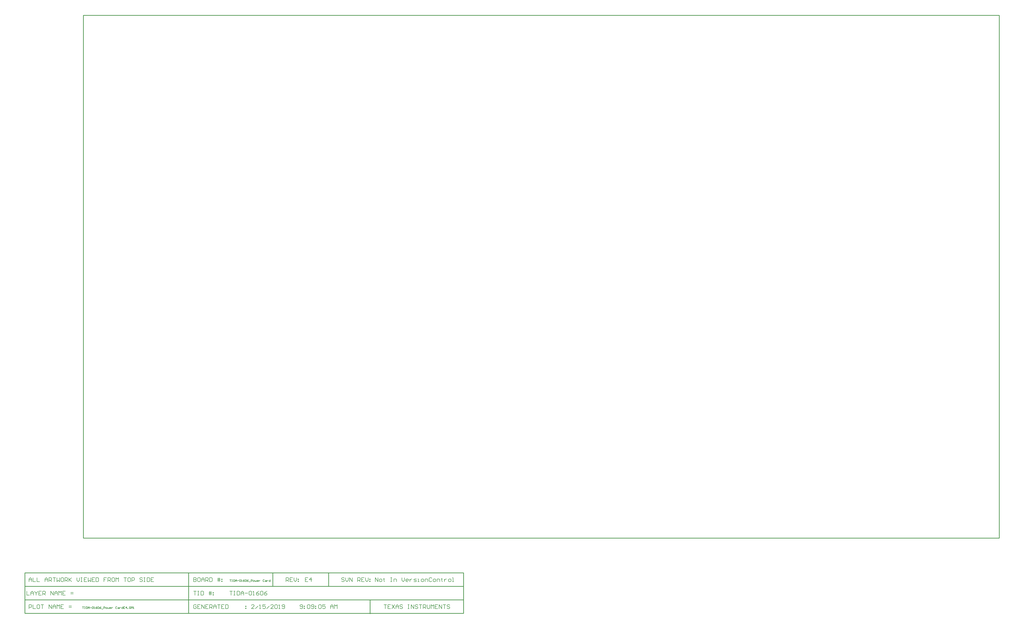
<source format=gm1>
G04*
G04 #@! TF.GenerationSoftware,Altium Limited,Altium Designer,18.1.9 (240)*
G04*
G04 Layer_Color=11296232*
%FSAX25Y25*%
%MOIN*%
G70*
G01*
G75*
%ADD20C,0.01000*%
%ADD24C,0.00600*%
%ADD27C,0.00800*%
G54D20*
X0128255Y0153400D02*
Y0940802D01*
X1506208D01*
Y0153400D02*
Y0940802D01*
X0128255Y0153400D02*
X1506208D01*
X0497200Y0080717D02*
Y0101050D01*
X0413200Y0080717D02*
Y0101050D01*
X0040000Y0080717D02*
X0700200D01*
X0040000Y0060383D02*
X0700000D01*
X0040000Y0040050D02*
X0440500D01*
X0040050Y0101050D02*
X0700200D01*
X0040050Y0040050D02*
Y0101050D01*
Y0040050D02*
X0197600D01*
X0040000D02*
Y0101050D01*
X0286500Y0040050D02*
Y0101050D01*
X0700200Y0040050D02*
Y0101050D01*
X0440500Y0040050D02*
X0700200D01*
X0559400Y0039400D02*
Y0059683D01*
G54D24*
X0126900Y0049966D02*
X0128899D01*
X0127900D01*
Y0046966D01*
X0129899Y0049966D02*
X0130899D01*
X0130399D01*
Y0046966D01*
X0129899D01*
X0130899D01*
X0132398Y0049966D02*
Y0046966D01*
X0133898D01*
X0134398Y0047466D01*
Y0049466D01*
X0133898Y0049966D01*
X0132398D01*
X0135397Y0046966D02*
Y0048966D01*
X0136397Y0049966D01*
X0137397Y0048966D01*
Y0046966D01*
Y0048466D01*
X0135397D01*
X0138396D02*
X0140396D01*
X0141395Y0049466D02*
X0141895Y0049966D01*
X0142895D01*
X0143395Y0049466D01*
Y0047466D01*
X0142895Y0046966D01*
X0141895D01*
X0141395Y0047466D01*
Y0049466D01*
X0144394Y0046966D02*
X0145394D01*
X0144894D01*
Y0049966D01*
X0144394Y0049466D01*
X0148893Y0049966D02*
X0147893Y0049466D01*
X0146894Y0048466D01*
Y0047466D01*
X0147393Y0046966D01*
X0148393D01*
X0148893Y0047466D01*
Y0047966D01*
X0148393Y0048466D01*
X0146894D01*
X0149893Y0049466D02*
X0150392Y0049966D01*
X0151392D01*
X0151892Y0049466D01*
Y0047466D01*
X0151392Y0046966D01*
X0150392D01*
X0149893Y0047466D01*
Y0049466D01*
X0154891Y0049966D02*
X0153891Y0049466D01*
X0152892Y0048466D01*
Y0047466D01*
X0153391Y0046966D01*
X0154391D01*
X0154891Y0047466D01*
Y0047966D01*
X0154391Y0048466D01*
X0152892D01*
X0155891Y0046467D02*
X0157890D01*
X0158890Y0046966D02*
Y0049966D01*
X0160389D01*
X0160889Y0049466D01*
Y0048466D01*
X0160389Y0047966D01*
X0158890D01*
X0162389Y0046966D02*
X0163388D01*
X0163888Y0047466D01*
Y0048466D01*
X0163388Y0048966D01*
X0162389D01*
X0161889Y0048466D01*
Y0047466D01*
X0162389Y0046966D01*
X0164888Y0048966D02*
Y0047466D01*
X0165388Y0046966D01*
X0165887Y0047466D01*
X0166387Y0046966D01*
X0166887Y0047466D01*
Y0048966D01*
X0169386Y0046966D02*
X0168387D01*
X0167887Y0047466D01*
Y0048466D01*
X0168387Y0048966D01*
X0169386D01*
X0169886Y0048466D01*
Y0047966D01*
X0167887D01*
X0170886Y0048966D02*
Y0046966D01*
Y0047966D01*
X0171386Y0048466D01*
X0171885Y0048966D01*
X0172385D01*
X0178883Y0049466D02*
X0178383Y0049966D01*
X0177384D01*
X0176884Y0049466D01*
Y0047466D01*
X0177384Y0046966D01*
X0178383D01*
X0178883Y0047466D01*
X0180383Y0048966D02*
X0181382D01*
X0181882Y0048466D01*
Y0046966D01*
X0180383D01*
X0179883Y0047466D01*
X0180383Y0047966D01*
X0181882D01*
X0182882Y0048966D02*
Y0046966D01*
Y0047966D01*
X0183382Y0048466D01*
X0183882Y0048966D01*
X0184381D01*
X0187880Y0049966D02*
Y0046966D01*
X0186381D01*
X0185881Y0047466D01*
Y0048466D01*
X0186381Y0048966D01*
X0187880D01*
X0190879Y0049966D02*
X0188880D01*
Y0046966D01*
X0190879D01*
X0188880Y0048466D02*
X0189880D01*
X0193378Y0046966D02*
Y0049966D01*
X0191879Y0048466D01*
X0193878D01*
X0194878Y0046966D02*
Y0047466D01*
X0195378D01*
Y0046966D01*
X0194878D01*
X0199376Y0049466D02*
X0198877Y0049966D01*
X0197877D01*
X0197377Y0049466D01*
Y0047466D01*
X0197877Y0046966D01*
X0198877D01*
X0199376Y0047466D01*
Y0048466D01*
X0198377D01*
X0200376Y0046966D02*
Y0049966D01*
X0201376Y0048966D01*
X0202376Y0049966D01*
Y0046966D01*
X0203375D02*
X0204375D01*
X0203875D01*
Y0049966D01*
X0203375Y0049466D01*
X0348550Y0090832D02*
X0350549D01*
X0349550D01*
Y0087833D01*
X0351549Y0090832D02*
X0352549D01*
X0352049D01*
Y0087833D01*
X0351549D01*
X0352549D01*
X0354048Y0090832D02*
Y0087833D01*
X0355548D01*
X0356048Y0088333D01*
Y0090333D01*
X0355548Y0090832D01*
X0354048D01*
X0357047Y0087833D02*
Y0089833D01*
X0358047Y0090832D01*
X0359047Y0089833D01*
Y0087833D01*
Y0089333D01*
X0357047D01*
X0360046D02*
X0362046D01*
X0363045Y0090333D02*
X0363545Y0090832D01*
X0364545D01*
X0365045Y0090333D01*
Y0088333D01*
X0364545Y0087833D01*
X0363545D01*
X0363045Y0088333D01*
Y0090333D01*
X0366044Y0087833D02*
X0367044D01*
X0366544D01*
Y0090832D01*
X0366044Y0090333D01*
X0370543Y0090832D02*
X0369543Y0090333D01*
X0368544Y0089333D01*
Y0088333D01*
X0369043Y0087833D01*
X0370043D01*
X0370543Y0088333D01*
Y0088833D01*
X0370043Y0089333D01*
X0368544D01*
X0371543Y0090333D02*
X0372042Y0090832D01*
X0373042D01*
X0373542Y0090333D01*
Y0088333D01*
X0373042Y0087833D01*
X0372042D01*
X0371543Y0088333D01*
Y0090333D01*
X0376541Y0090832D02*
X0375541Y0090333D01*
X0374542Y0089333D01*
Y0088333D01*
X0375041Y0087833D01*
X0376041D01*
X0376541Y0088333D01*
Y0088833D01*
X0376041Y0089333D01*
X0374542D01*
X0377541Y0087334D02*
X0379540D01*
X0380540Y0087833D02*
Y0090832D01*
X0382039D01*
X0382539Y0090333D01*
Y0089333D01*
X0382039Y0088833D01*
X0380540D01*
X0384038Y0087833D02*
X0385038D01*
X0385538Y0088333D01*
Y0089333D01*
X0385038Y0089833D01*
X0384038D01*
X0383539Y0089333D01*
Y0088333D01*
X0384038Y0087833D01*
X0386538Y0089833D02*
Y0088333D01*
X0387038Y0087833D01*
X0387537Y0088333D01*
X0388037Y0087833D01*
X0388537Y0088333D01*
Y0089833D01*
X0391036Y0087833D02*
X0390037D01*
X0389537Y0088333D01*
Y0089333D01*
X0390037Y0089833D01*
X0391036D01*
X0391536Y0089333D01*
Y0088833D01*
X0389537D01*
X0392536Y0089833D02*
Y0087833D01*
Y0088833D01*
X0393036Y0089333D01*
X0393535Y0089833D01*
X0394035D01*
X0400533Y0090333D02*
X0400033Y0090832D01*
X0399034D01*
X0398534Y0090333D01*
Y0088333D01*
X0399034Y0087833D01*
X0400033D01*
X0400533Y0088333D01*
X0402033Y0089833D02*
X0403032D01*
X0403532Y0089333D01*
Y0087833D01*
X0402033D01*
X0401533Y0088333D01*
X0402033Y0088833D01*
X0403532D01*
X0404532Y0089833D02*
Y0087833D01*
Y0088833D01*
X0405032Y0089333D01*
X0405532Y0089833D01*
X0406031D01*
X0409530Y0090832D02*
Y0087833D01*
X0408031D01*
X0407531Y0088333D01*
Y0089333D01*
X0408031Y0089833D01*
X0409530D01*
G54D27*
X0043250Y0073349D02*
Y0067351D01*
X0047249D01*
X0049248D02*
Y0071349D01*
X0051247Y0073349D01*
X0053247Y0071349D01*
Y0067351D01*
Y0070350D01*
X0049248D01*
X0055246Y0073349D02*
Y0072349D01*
X0057245Y0070350D01*
X0059245Y0072349D01*
Y0073349D01*
X0057245Y0070350D02*
Y0067351D01*
X0065243Y0073349D02*
X0061244D01*
Y0067351D01*
X0065243D01*
X0061244Y0070350D02*
X0063244D01*
X0067242Y0067351D02*
Y0073349D01*
X0070241D01*
X0071241Y0072349D01*
Y0070350D01*
X0070241Y0069350D01*
X0067242D01*
X0069242D02*
X0071241Y0067351D01*
X0079238D02*
Y0073349D01*
X0083237Y0067351D01*
Y0073349D01*
X0085236Y0067351D02*
Y0071349D01*
X0087236Y0073349D01*
X0089235Y0071349D01*
Y0067351D01*
Y0070350D01*
X0085236D01*
X0091234Y0067351D02*
Y0073349D01*
X0093234Y0071349D01*
X0095233Y0073349D01*
Y0067351D01*
X0101231Y0073349D02*
X0097233D01*
Y0067351D01*
X0101231D01*
X0097233Y0070350D02*
X0099232D01*
X0109229Y0069350D02*
X0113227D01*
X0109229Y0071349D02*
X0113227D01*
X0567400Y0087833D02*
Y0093831D01*
X0571399Y0087833D01*
Y0093831D01*
X0574398Y0087833D02*
X0576397D01*
X0577397Y0088833D01*
Y0090832D01*
X0576397Y0091832D01*
X0574398D01*
X0573398Y0090832D01*
Y0088833D01*
X0574398Y0087833D01*
X0580396Y0092832D02*
Y0091832D01*
X0579396D01*
X0581395D01*
X0580396D01*
Y0088833D01*
X0581395Y0087833D01*
X0590393Y0093831D02*
X0592392D01*
X0591392D01*
Y0087833D01*
X0590393D01*
X0592392D01*
X0595391D02*
Y0091832D01*
X0598390D01*
X0599390Y0090832D01*
Y0087833D01*
X0607387Y0093831D02*
Y0089833D01*
X0609386Y0087833D01*
X0611386Y0089833D01*
Y0093831D01*
X0616384Y0087833D02*
X0614385D01*
X0613385Y0088833D01*
Y0090832D01*
X0614385Y0091832D01*
X0616384D01*
X0617384Y0090832D01*
Y0089833D01*
X0613385D01*
X0619383Y0091832D02*
Y0087833D01*
Y0089833D01*
X0620383Y0090832D01*
X0621383Y0091832D01*
X0622382D01*
X0625381Y0087833D02*
X0628380D01*
X0629380Y0088833D01*
X0628380Y0089833D01*
X0626381D01*
X0625381Y0090832D01*
X0626381Y0091832D01*
X0629380D01*
X0631379Y0087833D02*
X0633379D01*
X0632379D01*
Y0091832D01*
X0631379D01*
X0637377Y0087833D02*
X0639377D01*
X0640376Y0088833D01*
Y0090832D01*
X0639377Y0091832D01*
X0637377D01*
X0636378Y0090832D01*
Y0088833D01*
X0637377Y0087833D01*
X0642376D02*
Y0091832D01*
X0645375D01*
X0646374Y0090832D01*
Y0087833D01*
X0652373Y0092832D02*
X0651373Y0093831D01*
X0649373D01*
X0648374Y0092832D01*
Y0088833D01*
X0649373Y0087833D01*
X0651373D01*
X0652373Y0088833D01*
X0655372Y0087833D02*
X0657371D01*
X0658371Y0088833D01*
Y0090832D01*
X0657371Y0091832D01*
X0655372D01*
X0654372Y0090832D01*
Y0088833D01*
X0655372Y0087833D01*
X0660370D02*
Y0091832D01*
X0663369D01*
X0664369Y0090832D01*
Y0087833D01*
X0667368Y0092832D02*
Y0091832D01*
X0666368D01*
X0668367D01*
X0667368D01*
Y0088833D01*
X0668367Y0087833D01*
X0671366Y0091832D02*
Y0087833D01*
Y0089833D01*
X0672366Y0090832D01*
X0673366Y0091832D01*
X0674365D01*
X0678364Y0087833D02*
X0680364D01*
X0681363Y0088833D01*
Y0090832D01*
X0680364Y0091832D01*
X0678364D01*
X0677364Y0090832D01*
Y0088833D01*
X0678364Y0087833D01*
X0683362D02*
X0685362D01*
X0684362D01*
Y0093831D01*
X0683362D01*
X0520799Y0092832D02*
X0519799Y0093831D01*
X0517800D01*
X0516800Y0092832D01*
Y0091832D01*
X0517800Y0090832D01*
X0519799D01*
X0520799Y0089833D01*
Y0088833D01*
X0519799Y0087833D01*
X0517800D01*
X0516800Y0088833D01*
X0522798Y0093831D02*
Y0089833D01*
X0524797Y0087833D01*
X0526797Y0089833D01*
Y0093831D01*
X0528796Y0087833D02*
Y0093831D01*
X0532795Y0087833D01*
Y0093831D01*
X0540792Y0087833D02*
Y0093831D01*
X0543791D01*
X0544791Y0092832D01*
Y0090832D01*
X0543791Y0089833D01*
X0540792D01*
X0542792D02*
X0544791Y0087833D01*
X0550789Y0093831D02*
X0546790D01*
Y0087833D01*
X0550789D01*
X0546790Y0090832D02*
X0548790D01*
X0552788Y0093831D02*
Y0089833D01*
X0554788Y0087833D01*
X0556787Y0089833D01*
Y0093831D01*
X0558786Y0091832D02*
X0559786D01*
Y0090832D01*
X0558786D01*
Y0091832D01*
Y0088833D02*
X0559786D01*
Y0087833D01*
X0558786D01*
Y0088833D01*
X0433000Y0087833D02*
Y0093831D01*
X0435999D01*
X0436999Y0092832D01*
Y0090832D01*
X0435999Y0089833D01*
X0433000D01*
X0434999D02*
X0436999Y0087833D01*
X0442997Y0093831D02*
X0438998D01*
Y0087833D01*
X0442997D01*
X0438998Y0090832D02*
X0440997D01*
X0444996Y0093831D02*
Y0089833D01*
X0446995Y0087833D01*
X0448995Y0089833D01*
Y0093831D01*
X0450994Y0091832D02*
X0451994D01*
Y0090832D01*
X0450994D01*
Y0091832D01*
Y0088833D02*
X0451994D01*
Y0087833D01*
X0450994D01*
Y0088833D01*
X0385149Y0046966D02*
X0381150D01*
X0385149Y0050965D01*
Y0051965D01*
X0384149Y0052965D01*
X0382150D01*
X0381150Y0051965D01*
X0387148Y0046966D02*
X0391147Y0050965D01*
X0393146Y0046966D02*
X0395146D01*
X0394146D01*
Y0052965D01*
X0393146Y0051965D01*
X0402143Y0052965D02*
X0398145D01*
Y0049966D01*
X0400144Y0050965D01*
X0401144D01*
X0402143Y0049966D01*
Y0047966D01*
X0401144Y0046966D01*
X0399144D01*
X0398145Y0047966D01*
X0404143Y0046966D02*
X0408141Y0050965D01*
X0414139Y0046966D02*
X0410141D01*
X0414139Y0050965D01*
Y0051965D01*
X0413140Y0052965D01*
X0411140D01*
X0410141Y0051965D01*
X0416139D02*
X0417138Y0052965D01*
X0419138D01*
X0420137Y0051965D01*
Y0047966D01*
X0419138Y0046966D01*
X0417138D01*
X0416139Y0047966D01*
Y0051965D01*
X0422137Y0046966D02*
X0424136D01*
X0423136D01*
Y0052965D01*
X0422137Y0051965D01*
X0427135Y0047966D02*
X0428135Y0046966D01*
X0430134D01*
X0431134Y0047966D01*
Y0051965D01*
X0430134Y0052965D01*
X0428135D01*
X0427135Y0051965D01*
Y0050965D01*
X0428135Y0049966D01*
X0431134D01*
X0298199Y0051965D02*
X0297199Y0052965D01*
X0295200D01*
X0294200Y0051965D01*
Y0047966D01*
X0295200Y0046966D01*
X0297199D01*
X0298199Y0047966D01*
Y0049966D01*
X0296199D01*
X0304197Y0052965D02*
X0300198D01*
Y0046966D01*
X0304197D01*
X0300198Y0049966D02*
X0302197D01*
X0306196Y0046966D02*
Y0052965D01*
X0310195Y0046966D01*
Y0052965D01*
X0316193D02*
X0312194D01*
Y0046966D01*
X0316193D01*
X0312194Y0049966D02*
X0314194D01*
X0318192Y0046966D02*
Y0052965D01*
X0321191D01*
X0322191Y0051965D01*
Y0049966D01*
X0321191Y0048966D01*
X0318192D01*
X0320192D02*
X0322191Y0046966D01*
X0324190D02*
Y0050965D01*
X0326190Y0052965D01*
X0328189Y0050965D01*
Y0046966D01*
Y0049966D01*
X0324190D01*
X0330188Y0052965D02*
X0334187D01*
X0332188D01*
Y0046966D01*
X0340185Y0052965D02*
X0336186D01*
Y0046966D01*
X0340185D01*
X0336186Y0049966D02*
X0338186D01*
X0342184Y0052965D02*
Y0046966D01*
X0345183D01*
X0346183Y0047966D01*
Y0051965D01*
X0345183Y0052965D01*
X0342184D01*
X0372175Y0050965D02*
X0373175D01*
Y0049966D01*
X0372175D01*
Y0050965D01*
Y0047966D02*
X0373175D01*
Y0046966D01*
X0372175D01*
Y0047966D01*
X0046350Y0087833D02*
Y0091832D01*
X0048349Y0093831D01*
X0050349Y0091832D01*
Y0087833D01*
Y0090832D01*
X0046350D01*
X0052348Y0093831D02*
Y0087833D01*
X0056347D01*
X0058346Y0093831D02*
Y0087833D01*
X0062345D01*
X0070342D02*
Y0091832D01*
X0072342Y0093831D01*
X0074341Y0091832D01*
Y0087833D01*
Y0090832D01*
X0070342D01*
X0076340Y0087833D02*
Y0093831D01*
X0079339D01*
X0080339Y0092832D01*
Y0090832D01*
X0079339Y0089833D01*
X0076340D01*
X0078340D02*
X0080339Y0087833D01*
X0082338Y0093831D02*
X0086337D01*
X0084338D01*
Y0087833D01*
X0088336Y0093831D02*
Y0087833D01*
X0090336Y0089833D01*
X0092335Y0087833D01*
Y0093831D01*
X0097334D02*
X0095334D01*
X0094335Y0092832D01*
Y0088833D01*
X0095334Y0087833D01*
X0097334D01*
X0098333Y0088833D01*
Y0092832D01*
X0097334Y0093831D01*
X0100332Y0087833D02*
Y0093831D01*
X0103332D01*
X0104331Y0092832D01*
Y0090832D01*
X0103332Y0089833D01*
X0100332D01*
X0102332D02*
X0104331Y0087833D01*
X0106331Y0093831D02*
Y0087833D01*
Y0089833D01*
X0110329Y0093831D01*
X0107330Y0090832D01*
X0110329Y0087833D01*
X0118327Y0093831D02*
Y0089833D01*
X0120326Y0087833D01*
X0122325Y0089833D01*
Y0093831D01*
X0124325D02*
X0126324D01*
X0125324D01*
Y0087833D01*
X0124325D01*
X0126324D01*
X0133322Y0093831D02*
X0129323D01*
Y0087833D01*
X0133322D01*
X0129323Y0090832D02*
X0131323D01*
X0135321Y0093831D02*
Y0087833D01*
X0137321Y0089833D01*
X0139320Y0087833D01*
Y0093831D01*
X0145318D02*
X0141319D01*
Y0087833D01*
X0145318D01*
X0141319Y0090832D02*
X0143319D01*
X0147317Y0093831D02*
Y0087833D01*
X0150316D01*
X0151316Y0088833D01*
Y0092832D01*
X0150316Y0093831D01*
X0147317D01*
X0163312D02*
X0159313D01*
Y0090832D01*
X0161313D01*
X0159313D01*
Y0087833D01*
X0165312D02*
Y0093831D01*
X0168310D01*
X0169310Y0092832D01*
Y0090832D01*
X0168310Y0089833D01*
X0165312D01*
X0167311D02*
X0169310Y0087833D01*
X0174309Y0093831D02*
X0172309D01*
X0171310Y0092832D01*
Y0088833D01*
X0172309Y0087833D01*
X0174309D01*
X0175308Y0088833D01*
Y0092832D01*
X0174309Y0093831D01*
X0177308Y0087833D02*
Y0093831D01*
X0179307Y0091832D01*
X0181306Y0093831D01*
Y0087833D01*
X0189304Y0093831D02*
X0193303D01*
X0191303D01*
Y0087833D01*
X0198301Y0093831D02*
X0196301D01*
X0195302Y0092832D01*
Y0088833D01*
X0196301Y0087833D01*
X0198301D01*
X0199301Y0088833D01*
Y0092832D01*
X0198301Y0093831D01*
X0201300Y0087833D02*
Y0093831D01*
X0204299D01*
X0205299Y0092832D01*
Y0090832D01*
X0204299Y0089833D01*
X0201300D01*
X0217295Y0092832D02*
X0216295Y0093831D01*
X0214296D01*
X0213296Y0092832D01*
Y0091832D01*
X0214296Y0090832D01*
X0216295D01*
X0217295Y0089833D01*
Y0088833D01*
X0216295Y0087833D01*
X0214296D01*
X0213296Y0088833D01*
X0219294Y0093831D02*
X0221293D01*
X0220294D01*
Y0087833D01*
X0219294D01*
X0221293D01*
X0224292Y0093831D02*
Y0087833D01*
X0227291D01*
X0228291Y0088833D01*
Y0092832D01*
X0227291Y0093831D01*
X0224292D01*
X0234289D02*
X0230291D01*
Y0087833D01*
X0234289D01*
X0230291Y0090832D02*
X0232290D01*
X0466149Y0093831D02*
X0462150D01*
Y0087833D01*
X0466149D01*
X0462150Y0090832D02*
X0464149D01*
X0471147Y0087833D02*
Y0093831D01*
X0468148Y0090832D01*
X0472147D01*
X0294000Y0093831D02*
Y0087833D01*
X0296999D01*
X0297999Y0088833D01*
Y0089833D01*
X0296999Y0090832D01*
X0294000D01*
X0296999D01*
X0297999Y0091832D01*
Y0092832D01*
X0296999Y0093831D01*
X0294000D01*
X0302997D02*
X0300998D01*
X0299998Y0092832D01*
Y0088833D01*
X0300998Y0087833D01*
X0302997D01*
X0303997Y0088833D01*
Y0092832D01*
X0302997Y0093831D01*
X0305996Y0087833D02*
Y0091832D01*
X0307996Y0093831D01*
X0309995Y0091832D01*
Y0087833D01*
Y0090832D01*
X0305996D01*
X0311994Y0087833D02*
Y0093831D01*
X0314993D01*
X0315993Y0092832D01*
Y0090832D01*
X0314993Y0089833D01*
X0311994D01*
X0313994D02*
X0315993Y0087833D01*
X0317992Y0093831D02*
Y0087833D01*
X0320991D01*
X0321991Y0088833D01*
Y0092832D01*
X0320991Y0093831D01*
X0317992D01*
X0330988Y0087833D02*
Y0093831D01*
X0332987D02*
Y0087833D01*
X0329988Y0091832D02*
X0332987D01*
X0333987D01*
X0329988Y0089833D02*
X0333987D01*
X0335986Y0091832D02*
X0336986D01*
Y0090832D01*
X0335986D01*
Y0091832D01*
Y0088833D02*
X0336986D01*
Y0087833D01*
X0335986D01*
Y0088833D01*
X0046350Y0046966D02*
Y0052965D01*
X0049349D01*
X0050349Y0051965D01*
Y0049966D01*
X0049349Y0048966D01*
X0046350D01*
X0052348Y0052965D02*
Y0046966D01*
X0056347D01*
X0061345Y0052965D02*
X0059346D01*
X0058346Y0051965D01*
Y0047966D01*
X0059346Y0046966D01*
X0061345D01*
X0062345Y0047966D01*
Y0051965D01*
X0061345Y0052965D01*
X0064344D02*
X0068343D01*
X0066343D01*
Y0046966D01*
X0076340D02*
Y0052965D01*
X0080339Y0046966D01*
Y0052965D01*
X0082338Y0046966D02*
Y0050965D01*
X0084338Y0052965D01*
X0086337Y0050965D01*
Y0046966D01*
Y0049966D01*
X0082338D01*
X0088336Y0046966D02*
Y0052965D01*
X0090336Y0050965D01*
X0092335Y0052965D01*
Y0046966D01*
X0098333Y0052965D02*
X0094335D01*
Y0046966D01*
X0098333D01*
X0094335Y0049966D02*
X0096334D01*
X0106331Y0048966D02*
X0110329D01*
X0106331Y0050965D02*
X0110329D01*
X0454050Y0047966D02*
X0455050Y0046966D01*
X0457049D01*
X0458049Y0047966D01*
Y0051965D01*
X0457049Y0052965D01*
X0455050D01*
X0454050Y0051965D01*
Y0050965D01*
X0455050Y0049966D01*
X0458049D01*
X0460048Y0050965D02*
X0461048D01*
Y0049966D01*
X0460048D01*
Y0050965D01*
Y0047966D02*
X0461048D01*
Y0046966D01*
X0460048D01*
Y0047966D01*
X0465046Y0051965D02*
X0466046Y0052965D01*
X0468046D01*
X0469045Y0051965D01*
Y0047966D01*
X0468046Y0046966D01*
X0466046D01*
X0465046Y0047966D01*
Y0051965D01*
X0471044Y0047966D02*
X0472044Y0046966D01*
X0474044D01*
X0475043Y0047966D01*
Y0051965D01*
X0474044Y0052965D01*
X0472044D01*
X0471044Y0051965D01*
Y0050965D01*
X0472044Y0049966D01*
X0475043D01*
X0477043Y0050965D02*
X0478042D01*
Y0049966D01*
X0477043D01*
Y0050965D01*
Y0047966D02*
X0478042D01*
Y0046966D01*
X0477043D01*
Y0047966D01*
X0482041Y0051965D02*
X0483041Y0052965D01*
X0485040D01*
X0486040Y0051965D01*
Y0047966D01*
X0485040Y0046966D01*
X0483041D01*
X0482041Y0047966D01*
Y0051965D01*
X0492038Y0052965D02*
X0488039D01*
Y0049966D01*
X0490038Y0050965D01*
X0491038D01*
X0492038Y0049966D01*
Y0047966D01*
X0491038Y0046966D01*
X0489039D01*
X0488039Y0047966D01*
X0500035Y0046966D02*
Y0050965D01*
X0502035Y0052965D01*
X0504034Y0050965D01*
Y0046966D01*
Y0049966D01*
X0500035D01*
X0506033Y0046966D02*
Y0052965D01*
X0508033Y0050965D01*
X0510032Y0052965D01*
Y0046966D01*
X0580500Y0052965D02*
X0584499D01*
X0582499D01*
Y0046966D01*
X0590497Y0052965D02*
X0586498D01*
Y0046966D01*
X0590497D01*
X0586498Y0049966D02*
X0588497D01*
X0592496Y0052965D02*
X0596495Y0046966D01*
Y0052965D02*
X0592496Y0046966D01*
X0598494D02*
Y0050965D01*
X0600493Y0052965D01*
X0602493Y0050965D01*
Y0046966D01*
Y0049966D01*
X0598494D01*
X0608491Y0051965D02*
X0607491Y0052965D01*
X0605492D01*
X0604492Y0051965D01*
Y0050965D01*
X0605492Y0049966D01*
X0607491D01*
X0608491Y0048966D01*
Y0047966D01*
X0607491Y0046966D01*
X0605492D01*
X0604492Y0047966D01*
X0616488Y0052965D02*
X0618488D01*
X0617488D01*
Y0046966D01*
X0616488D01*
X0618488D01*
X0621487D02*
Y0052965D01*
X0625486Y0046966D01*
Y0052965D01*
X0631484Y0051965D02*
X0630484Y0052965D01*
X0628484D01*
X0627485Y0051965D01*
Y0050965D01*
X0628484Y0049966D01*
X0630484D01*
X0631484Y0048966D01*
Y0047966D01*
X0630484Y0046966D01*
X0628484D01*
X0627485Y0047966D01*
X0633483Y0052965D02*
X0637482D01*
X0635482D01*
Y0046966D01*
X0639481D02*
Y0052965D01*
X0642480D01*
X0643480Y0051965D01*
Y0049966D01*
X0642480Y0048966D01*
X0639481D01*
X0641480D02*
X0643480Y0046966D01*
X0645479Y0052965D02*
Y0047966D01*
X0646479Y0046966D01*
X0648478D01*
X0649478Y0047966D01*
Y0052965D01*
X0651477Y0046966D02*
Y0052965D01*
X0653476Y0050965D01*
X0655476Y0052965D01*
Y0046966D01*
X0661474Y0052965D02*
X0657475D01*
Y0046966D01*
X0661474D01*
X0657475Y0049966D02*
X0659474D01*
X0663473Y0046966D02*
Y0052965D01*
X0667472Y0046966D01*
Y0052965D01*
X0669471D02*
X0673470D01*
X0671471D01*
Y0046966D01*
X0679468Y0051965D02*
X0678468Y0052965D01*
X0676469D01*
X0675469Y0051965D01*
Y0050965D01*
X0676469Y0049966D01*
X0678468D01*
X0679468Y0048966D01*
Y0047966D01*
X0678468Y0046966D01*
X0676469D01*
X0675469Y0047966D01*
X0294000Y0073498D02*
X0297999D01*
X0295999D01*
Y0067500D01*
X0299998Y0073498D02*
X0301997D01*
X0300998D01*
Y0067500D01*
X0299998D01*
X0301997D01*
X0304996Y0073498D02*
Y0067500D01*
X0307996D01*
X0308995Y0068500D01*
Y0072498D01*
X0307996Y0073498D01*
X0304996D01*
X0317992Y0067500D02*
Y0073498D01*
X0319992D02*
Y0067500D01*
X0316993Y0071499D02*
X0319992D01*
X0320991D01*
X0316993Y0069499D02*
X0320991D01*
X0322991Y0071499D02*
X0323990D01*
Y0070499D01*
X0322991D01*
Y0071499D01*
Y0068500D02*
X0323990D01*
Y0067500D01*
X0322991D01*
Y0068500D01*
X0348550Y0073498D02*
X0352549D01*
X0350549D01*
Y0067500D01*
X0354548Y0073498D02*
X0356547D01*
X0355548D01*
Y0067500D01*
X0354548D01*
X0356547D01*
X0359546Y0073498D02*
Y0067500D01*
X0362545D01*
X0363545Y0068500D01*
Y0072498D01*
X0362545Y0073498D01*
X0359546D01*
X0365545Y0067500D02*
Y0071499D01*
X0367544Y0073498D01*
X0369543Y0071499D01*
Y0067500D01*
Y0070499D01*
X0365545D01*
X0371543D02*
X0375541D01*
X0377541Y0072498D02*
X0378540Y0073498D01*
X0380540D01*
X0381539Y0072498D01*
Y0068500D01*
X0380540Y0067500D01*
X0378540D01*
X0377541Y0068500D01*
Y0072498D01*
X0383539Y0067500D02*
X0385538D01*
X0384538D01*
Y0073498D01*
X0383539Y0072498D01*
X0392536Y0073498D02*
X0390536Y0072498D01*
X0388537Y0070499D01*
Y0068500D01*
X0389537Y0067500D01*
X0391536D01*
X0392536Y0068500D01*
Y0069499D01*
X0391536Y0070499D01*
X0388537D01*
X0394535Y0072498D02*
X0395535Y0073498D01*
X0397534D01*
X0398534Y0072498D01*
Y0068500D01*
X0397534Y0067500D01*
X0395535D01*
X0394535Y0068500D01*
Y0072498D01*
X0404532Y0073498D02*
X0402532Y0072498D01*
X0400533Y0070499D01*
Y0068500D01*
X0401533Y0067500D01*
X0403532D01*
X0404532Y0068500D01*
Y0069499D01*
X0403532Y0070499D01*
X0400533D01*
M02*

</source>
